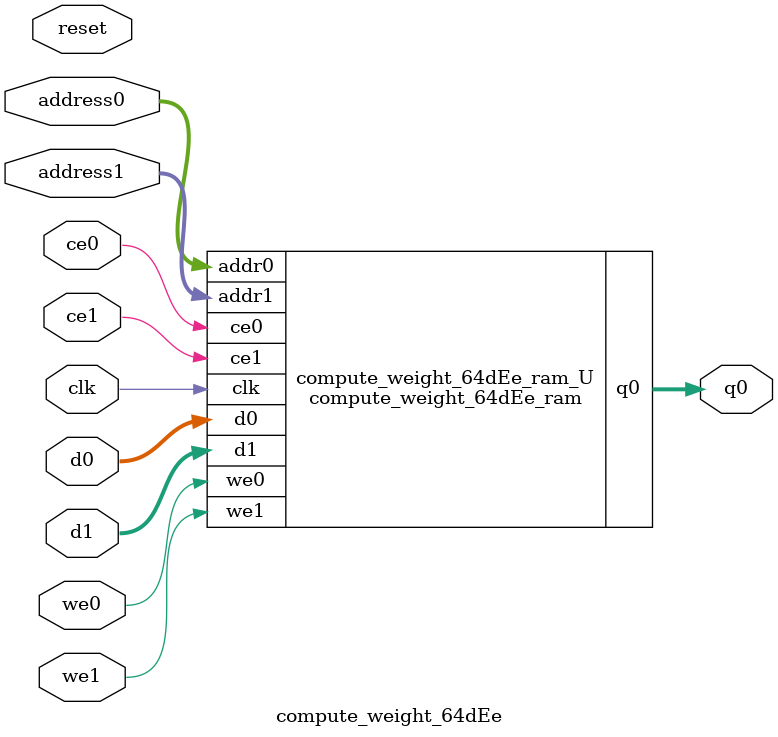
<source format=v>

`timescale 1 ns / 1 ps
module compute_weight_64dEe_ram (addr0, ce0, d0, we0, q0, addr1, ce1, d1, we1,  clk);

parameter DWIDTH = 32;
parameter AWIDTH = 14;
parameter MEM_SIZE = 16384;

input[AWIDTH-1:0] addr0;
input ce0;
input[DWIDTH-1:0] d0;
input we0;
output reg[DWIDTH-1:0] q0;
input[AWIDTH-1:0] addr1;
input ce1;
input[DWIDTH-1:0] d1;
input we1;
input clk;

(* ram_style = "block" *)reg [DWIDTH-1:0] ram[0:MEM_SIZE-1];




always @(posedge clk)  
begin 
    if (ce0) 
    begin
        if (we0) 
        begin 
            ram[addr0] <= d0; 
            q0 <= d0;
        end 
        else 
            q0 <= ram[addr0];
    end
end


always @(posedge clk)  
begin 
    if (ce1) 
    begin
        if (we1) 
        begin 
            ram[addr1] <= d1; 
        end 
    end
end


endmodule


`timescale 1 ns / 1 ps
module compute_weight_64dEe(
    reset,
    clk,
    address0,
    ce0,
    we0,
    d0,
    q0,
    address1,
    ce1,
    we1,
    d1);

parameter DataWidth = 32'd32;
parameter AddressRange = 32'd16384;
parameter AddressWidth = 32'd14;
input reset;
input clk;
input[AddressWidth - 1:0] address0;
input ce0;
input we0;
input[DataWidth - 1:0] d0;
output[DataWidth - 1:0] q0;
input[AddressWidth - 1:0] address1;
input ce1;
input we1;
input[DataWidth - 1:0] d1;



compute_weight_64dEe_ram compute_weight_64dEe_ram_U(
    .clk( clk ),
    .addr0( address0 ),
    .ce0( ce0 ),
    .we0( we0 ),
    .d0( d0 ),
    .q0( q0 ),
    .addr1( address1 ),
    .ce1( ce1 ),
    .we1( we1 ),
    .d1( d1 ));

endmodule


</source>
